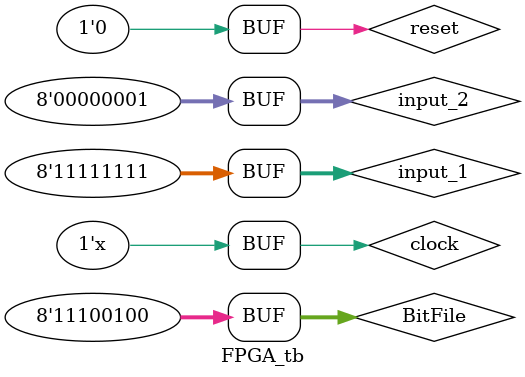
<source format=v>
`timescale 1ns / 1ps

module FPGA_tb();
    reg clock,
        reset;
        
    reg  [7:0] input_1,
               input_2,
               BitFile;
               
    wire [7:0] sum;
               
    wire C_Out;
    
    FPGA    UUT(clock,
                reset,
                BitFile,
                input_1,
                input_2,
                sum,
                C_Out);
                
    initial begin
        clock   = 1'b0;
        BitFile = 8'b11100100;
        reset   = 1'b1;
        input_1 = 64;
        input_2 = 64;        
        
        #10
        reset   = 1'b0;
        
        #40
        reset   = 1'b1;
        
        #40
        reset   = 1'b0;
        input_1 = 100;
        input_2 = 100;
        
        #40
        reset   = 1'b1;
        
        #40
        reset   = 1'b0;
        input_1 = 64;
        input_2 = 128;
        
        #40
        reset   = 1'b1;
        
        #40
        reset   = 1'b0;
        input_1 = 8'b10101010;
        input_2 = 8'b01010101;
        
        #40
        reset   = 1'b1;
        
        #40
        reset   = 1'b0;
        input_1 = 127;
        input_2 = 1;
                        
        #40
        reset   = 1'b1;
        
        #40
        reset   = 1'b0;
        input_1 = 255;
        input_2 = 1;
    end
    
    always #5 clock = ~clock;
    
endmodule

</source>
